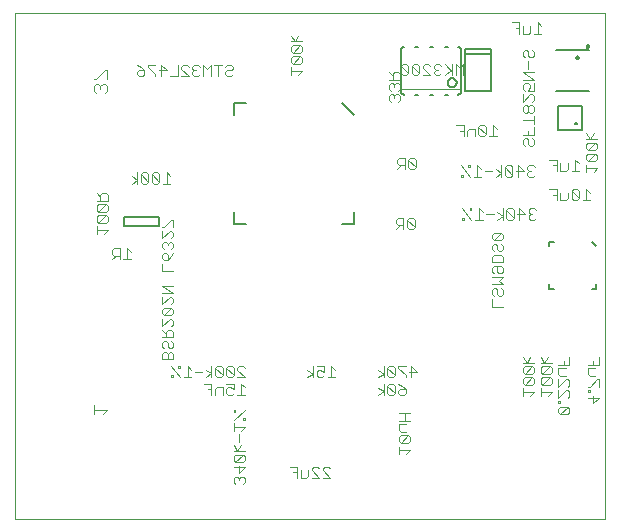
<source format=gbo>
G75*
%MOIN*%
%OFA0B0*%
%FSLAX25Y25*%
%IPPOS*%
%LPD*%
%AMOC8*
5,1,8,0,0,1.08239X$1,22.5*
%
%ADD10C,0.00000*%
%ADD11C,0.00800*%
%ADD12C,0.00300*%
%ADD13C,0.00500*%
%ADD14C,0.00400*%
%ADD15C,0.00600*%
%ADD16C,0.00200*%
D10*
X0001113Y0001800D02*
X0001113Y0170698D01*
X0197767Y0170698D01*
X0197767Y0001800D01*
X0001113Y0001800D01*
D11*
X0074105Y0100383D02*
X0078042Y0100383D01*
X0074105Y0100383D02*
X0074105Y0104320D01*
X0074105Y0136603D02*
X0074105Y0140540D01*
X0078042Y0140540D01*
X0110326Y0140540D02*
X0114263Y0136603D01*
X0114263Y0104320D02*
X0114263Y0100383D01*
X0110326Y0100383D01*
X0181625Y0144713D02*
X0192648Y0144713D01*
X0188317Y0155737D02*
X0188319Y0155776D01*
X0188325Y0155815D01*
X0188335Y0155853D01*
X0188348Y0155890D01*
X0188365Y0155925D01*
X0188385Y0155959D01*
X0188409Y0155990D01*
X0188436Y0156019D01*
X0188465Y0156045D01*
X0188497Y0156068D01*
X0188531Y0156088D01*
X0188567Y0156104D01*
X0188604Y0156116D01*
X0188643Y0156125D01*
X0188682Y0156130D01*
X0188721Y0156131D01*
X0188760Y0156128D01*
X0188799Y0156121D01*
X0188836Y0156110D01*
X0188873Y0156096D01*
X0188908Y0156078D01*
X0188941Y0156057D01*
X0188972Y0156032D01*
X0189000Y0156005D01*
X0189025Y0155975D01*
X0189047Y0155942D01*
X0189066Y0155908D01*
X0189081Y0155872D01*
X0189093Y0155834D01*
X0189101Y0155796D01*
X0189105Y0155757D01*
X0189105Y0155717D01*
X0189101Y0155678D01*
X0189093Y0155640D01*
X0189081Y0155602D01*
X0189066Y0155566D01*
X0189047Y0155532D01*
X0189025Y0155499D01*
X0189000Y0155469D01*
X0188972Y0155442D01*
X0188941Y0155417D01*
X0188908Y0155396D01*
X0188873Y0155378D01*
X0188836Y0155364D01*
X0188799Y0155353D01*
X0188760Y0155346D01*
X0188721Y0155343D01*
X0188682Y0155344D01*
X0188643Y0155349D01*
X0188604Y0155358D01*
X0188567Y0155370D01*
X0188531Y0155386D01*
X0188497Y0155406D01*
X0188465Y0155429D01*
X0188436Y0155455D01*
X0188409Y0155484D01*
X0188385Y0155515D01*
X0188365Y0155549D01*
X0188348Y0155584D01*
X0188335Y0155621D01*
X0188325Y0155659D01*
X0188319Y0155698D01*
X0188317Y0155737D01*
X0191717Y0159437D02*
X0191719Y0159476D01*
X0191725Y0159515D01*
X0191735Y0159553D01*
X0191748Y0159590D01*
X0191765Y0159625D01*
X0191785Y0159659D01*
X0191809Y0159690D01*
X0191836Y0159719D01*
X0191865Y0159745D01*
X0191897Y0159768D01*
X0191931Y0159788D01*
X0191967Y0159804D01*
X0192004Y0159816D01*
X0192043Y0159825D01*
X0192082Y0159830D01*
X0192121Y0159831D01*
X0192160Y0159828D01*
X0192199Y0159821D01*
X0192236Y0159810D01*
X0192273Y0159796D01*
X0192308Y0159778D01*
X0192341Y0159757D01*
X0192372Y0159732D01*
X0192400Y0159705D01*
X0192425Y0159675D01*
X0192447Y0159642D01*
X0192466Y0159608D01*
X0192481Y0159572D01*
X0192493Y0159534D01*
X0192501Y0159496D01*
X0192505Y0159457D01*
X0192505Y0159417D01*
X0192501Y0159378D01*
X0192493Y0159340D01*
X0192481Y0159302D01*
X0192466Y0159266D01*
X0192447Y0159232D01*
X0192425Y0159199D01*
X0192400Y0159169D01*
X0192372Y0159142D01*
X0192341Y0159117D01*
X0192308Y0159096D01*
X0192273Y0159078D01*
X0192236Y0159064D01*
X0192199Y0159053D01*
X0192160Y0159046D01*
X0192121Y0159043D01*
X0192082Y0159044D01*
X0192043Y0159049D01*
X0192004Y0159058D01*
X0191967Y0159070D01*
X0191931Y0159086D01*
X0191897Y0159106D01*
X0191865Y0159129D01*
X0191836Y0159155D01*
X0191809Y0159184D01*
X0191785Y0159215D01*
X0191765Y0159249D01*
X0191748Y0159284D01*
X0191735Y0159321D01*
X0191725Y0159359D01*
X0191719Y0159398D01*
X0191717Y0159437D01*
X0192648Y0158099D02*
X0181625Y0158099D01*
D12*
X0174195Y0157599D02*
X0174195Y0156364D01*
X0173577Y0155747D01*
X0172960Y0155747D01*
X0172343Y0156364D01*
X0172343Y0157599D01*
X0171726Y0158216D01*
X0171109Y0158216D01*
X0170491Y0157599D01*
X0170491Y0156364D01*
X0171109Y0155747D01*
X0172343Y0154533D02*
X0172343Y0152064D01*
X0170491Y0150850D02*
X0174195Y0150850D01*
X0174195Y0148381D02*
X0170491Y0150850D01*
X0170491Y0148381D02*
X0174195Y0148381D01*
X0174195Y0147166D02*
X0174195Y0144698D01*
X0172343Y0144698D01*
X0172960Y0145932D01*
X0172960Y0146549D01*
X0172343Y0147166D01*
X0171109Y0147166D01*
X0170491Y0146549D01*
X0170491Y0145315D01*
X0171109Y0144698D01*
X0170491Y0143483D02*
X0170491Y0141015D01*
X0172960Y0143483D01*
X0173577Y0143483D01*
X0174195Y0142866D01*
X0174195Y0141632D01*
X0173577Y0141015D01*
X0173577Y0139800D02*
X0172960Y0139800D01*
X0172343Y0139183D01*
X0172343Y0137949D01*
X0172960Y0137331D01*
X0173577Y0137331D01*
X0174195Y0137949D01*
X0174195Y0139183D01*
X0173577Y0139800D01*
X0172343Y0139183D02*
X0171726Y0139800D01*
X0171109Y0139800D01*
X0170491Y0139183D01*
X0170491Y0137949D01*
X0171109Y0137331D01*
X0171726Y0137331D01*
X0172343Y0137949D01*
X0174195Y0136117D02*
X0174195Y0133648D01*
X0174195Y0132434D02*
X0174195Y0129965D01*
X0170491Y0129965D01*
X0171109Y0128751D02*
X0170491Y0128134D01*
X0170491Y0126899D01*
X0171109Y0126282D01*
X0172343Y0126899D02*
X0172343Y0128134D01*
X0171726Y0128751D01*
X0171109Y0128751D01*
X0172343Y0129965D02*
X0172343Y0131200D01*
X0173577Y0128751D02*
X0174195Y0128134D01*
X0174195Y0126899D01*
X0173577Y0126282D01*
X0172960Y0126282D01*
X0172343Y0126899D01*
X0172531Y0119763D02*
X0171914Y0119146D01*
X0171914Y0118529D01*
X0172531Y0117912D01*
X0171914Y0117295D01*
X0171914Y0116677D01*
X0172531Y0116060D01*
X0173766Y0116060D01*
X0174383Y0116677D01*
X0173148Y0117912D02*
X0172531Y0117912D01*
X0170700Y0117912D02*
X0168231Y0117912D01*
X0167017Y0119146D02*
X0166399Y0119763D01*
X0165165Y0119763D01*
X0164548Y0119146D01*
X0167017Y0116677D01*
X0166399Y0116060D01*
X0165165Y0116060D01*
X0164548Y0116677D01*
X0164548Y0119146D01*
X0163333Y0119763D02*
X0163333Y0116060D01*
X0163333Y0117295D02*
X0161482Y0118529D01*
X0160264Y0117912D02*
X0157795Y0117912D01*
X0156581Y0118529D02*
X0155347Y0119763D01*
X0155347Y0116060D01*
X0156581Y0116060D02*
X0154112Y0116060D01*
X0152898Y0116060D02*
X0149812Y0119763D01*
X0152281Y0119763D02*
X0152281Y0119146D01*
X0152898Y0119146D01*
X0152898Y0119763D01*
X0152281Y0119763D01*
X0150429Y0116677D02*
X0149812Y0116677D01*
X0149812Y0116060D01*
X0150429Y0116060D01*
X0150429Y0116677D01*
X0161482Y0116060D02*
X0163333Y0117295D01*
X0167017Y0116677D02*
X0167017Y0119146D01*
X0168848Y0119763D02*
X0170700Y0117912D01*
X0172531Y0119763D02*
X0173766Y0119763D01*
X0174383Y0119146D01*
X0168848Y0119763D02*
X0168848Y0116060D01*
X0179343Y0111889D02*
X0181812Y0111889D01*
X0181812Y0108186D01*
X0183026Y0108186D02*
X0183026Y0110655D01*
X0181812Y0110038D02*
X0180577Y0110038D01*
X0183026Y0108186D02*
X0184877Y0108186D01*
X0185495Y0108803D01*
X0185495Y0110655D01*
X0186709Y0111272D02*
X0186709Y0108803D01*
X0187326Y0108186D01*
X0188561Y0108186D01*
X0189178Y0108803D01*
X0186709Y0111272D01*
X0187326Y0111889D01*
X0188561Y0111889D01*
X0189178Y0111272D01*
X0189178Y0108803D01*
X0190392Y0108186D02*
X0192861Y0108186D01*
X0191627Y0108186D02*
X0191627Y0111889D01*
X0192861Y0110655D01*
X0194066Y0117560D02*
X0195301Y0118795D01*
X0191598Y0118795D01*
X0191598Y0120029D02*
X0191598Y0117560D01*
X0189178Y0118029D02*
X0186709Y0118029D01*
X0187943Y0118029D02*
X0187943Y0121732D01*
X0189178Y0120498D01*
X0191598Y0121861D02*
X0192215Y0121243D01*
X0194684Y0123712D01*
X0192215Y0123712D01*
X0191598Y0123095D01*
X0191598Y0121861D01*
X0192215Y0121243D02*
X0194684Y0121243D01*
X0195301Y0121861D01*
X0195301Y0123095D01*
X0194684Y0123712D01*
X0194684Y0124927D02*
X0195301Y0125544D01*
X0195301Y0126778D01*
X0194684Y0127395D01*
X0192215Y0124927D01*
X0191598Y0125544D01*
X0191598Y0126778D01*
X0192215Y0127395D01*
X0194684Y0127395D01*
X0195301Y0128610D02*
X0191598Y0128610D01*
X0192832Y0128610D02*
X0191598Y0130461D01*
X0192832Y0128610D02*
X0194066Y0130461D01*
X0194684Y0124927D02*
X0192215Y0124927D01*
X0185495Y0120498D02*
X0185495Y0118646D01*
X0184877Y0118029D01*
X0183026Y0118029D01*
X0183026Y0120498D01*
X0181811Y0119880D02*
X0180577Y0119880D01*
X0181811Y0118029D02*
X0181811Y0121732D01*
X0179343Y0121732D01*
X0174195Y0134883D02*
X0170491Y0134883D01*
X0161818Y0131935D02*
X0160583Y0133169D01*
X0160583Y0129466D01*
X0159349Y0129466D02*
X0161818Y0129466D01*
X0158134Y0130083D02*
X0158134Y0132552D01*
X0157517Y0133169D01*
X0156283Y0133169D01*
X0155666Y0132552D01*
X0158134Y0130083D01*
X0157517Y0129466D01*
X0156283Y0129466D01*
X0155666Y0130083D01*
X0155666Y0132552D01*
X0154451Y0131935D02*
X0152600Y0131935D01*
X0151983Y0131317D01*
X0151983Y0129466D01*
X0150768Y0129466D02*
X0150768Y0133169D01*
X0148299Y0133169D01*
X0149534Y0131317D02*
X0150768Y0131317D01*
X0154451Y0131935D02*
X0154451Y0129466D01*
X0134766Y0121725D02*
X0134766Y0119256D01*
X0132298Y0121725D01*
X0132298Y0119256D01*
X0132915Y0118639D01*
X0134149Y0118639D01*
X0134766Y0119256D01*
X0134766Y0121725D02*
X0134149Y0122342D01*
X0132915Y0122342D01*
X0132298Y0121725D01*
X0131083Y0122342D02*
X0129232Y0122342D01*
X0128614Y0121725D01*
X0128614Y0120491D01*
X0129232Y0119873D01*
X0131083Y0119873D01*
X0131083Y0118639D02*
X0131083Y0122342D01*
X0129849Y0119873D02*
X0128614Y0118639D01*
X0128834Y0102287D02*
X0128217Y0101670D01*
X0128217Y0100435D01*
X0128834Y0099818D01*
X0130685Y0099818D01*
X0129451Y0099818D02*
X0128217Y0098584D01*
X0130685Y0098584D02*
X0130685Y0102287D01*
X0128834Y0102287D01*
X0131900Y0101670D02*
X0134369Y0099201D01*
X0133751Y0098584D01*
X0132517Y0098584D01*
X0131900Y0099201D01*
X0131900Y0101670D01*
X0132517Y0102287D01*
X0133751Y0102287D01*
X0134369Y0101670D01*
X0134369Y0099201D01*
X0150265Y0101710D02*
X0150882Y0101710D01*
X0150882Y0102327D01*
X0150265Y0102327D01*
X0150265Y0101710D01*
X0153351Y0101710D02*
X0150265Y0105413D01*
X0152733Y0105413D02*
X0152733Y0104796D01*
X0153351Y0104796D01*
X0153351Y0105413D01*
X0152733Y0105413D01*
X0155799Y0105413D02*
X0155799Y0101710D01*
X0154565Y0101710D02*
X0157034Y0101710D01*
X0158248Y0103561D02*
X0160717Y0103561D01*
X0161935Y0104179D02*
X0163786Y0102944D01*
X0161935Y0101710D01*
X0163786Y0101710D02*
X0163786Y0105413D01*
X0165001Y0104796D02*
X0167469Y0102327D01*
X0166852Y0101710D01*
X0165618Y0101710D01*
X0165001Y0102327D01*
X0165001Y0104796D01*
X0165618Y0105413D01*
X0166852Y0105413D01*
X0167469Y0104796D01*
X0167469Y0102327D01*
X0168684Y0103561D02*
X0171152Y0103561D01*
X0169301Y0105413D01*
X0169301Y0101710D01*
X0172367Y0102327D02*
X0172984Y0101710D01*
X0174218Y0101710D01*
X0174836Y0102327D01*
X0173601Y0103561D02*
X0172984Y0103561D01*
X0172367Y0102944D01*
X0172367Y0102327D01*
X0172984Y0103561D02*
X0172367Y0104179D01*
X0172367Y0104796D01*
X0172984Y0105413D01*
X0174218Y0105413D01*
X0174836Y0104796D01*
X0163852Y0096671D02*
X0163852Y0095436D01*
X0163235Y0094819D01*
X0160766Y0094819D01*
X0163235Y0097288D01*
X0160766Y0097288D01*
X0160149Y0096671D01*
X0160149Y0095436D01*
X0160766Y0094819D01*
X0160766Y0093605D02*
X0160149Y0092988D01*
X0160149Y0091753D01*
X0160766Y0091136D01*
X0160766Y0089922D02*
X0160149Y0089305D01*
X0160149Y0087453D01*
X0163852Y0087453D01*
X0163852Y0089305D01*
X0163235Y0089922D01*
X0160766Y0089922D01*
X0162000Y0091753D02*
X0162000Y0092988D01*
X0161383Y0093605D01*
X0160766Y0093605D01*
X0162000Y0091753D02*
X0162618Y0091136D01*
X0163235Y0091136D01*
X0163852Y0091753D01*
X0163852Y0092988D01*
X0163235Y0093605D01*
X0163852Y0096671D02*
X0163235Y0097288D01*
X0157034Y0104179D02*
X0155799Y0105413D01*
X0160766Y0086239D02*
X0160149Y0085621D01*
X0160149Y0084387D01*
X0160766Y0083770D01*
X0160149Y0082555D02*
X0163852Y0082555D01*
X0162618Y0081321D01*
X0163852Y0080087D01*
X0160149Y0080087D01*
X0160766Y0078872D02*
X0160149Y0078255D01*
X0160149Y0077021D01*
X0160766Y0076404D01*
X0160149Y0075189D02*
X0160149Y0072720D01*
X0163852Y0072720D01*
X0163235Y0076404D02*
X0162618Y0076404D01*
X0162000Y0077021D01*
X0162000Y0078255D01*
X0161383Y0078872D01*
X0160766Y0078872D01*
X0163235Y0078872D02*
X0163852Y0078255D01*
X0163852Y0077021D01*
X0163235Y0076404D01*
X0163235Y0083770D02*
X0162618Y0083770D01*
X0162000Y0084387D01*
X0162000Y0086239D01*
X0160766Y0086239D02*
X0163235Y0086239D01*
X0163852Y0085621D01*
X0163852Y0084387D01*
X0163235Y0083770D01*
X0170491Y0055850D02*
X0171726Y0053999D01*
X0172960Y0055850D01*
X0174195Y0053999D02*
X0170491Y0053999D01*
X0171109Y0052784D02*
X0170491Y0052167D01*
X0170491Y0050933D01*
X0171109Y0050316D01*
X0173577Y0052784D01*
X0171109Y0052784D01*
X0173577Y0052784D02*
X0174195Y0052167D01*
X0174195Y0050933D01*
X0173577Y0050316D01*
X0171109Y0050316D01*
X0171109Y0049101D02*
X0170491Y0048484D01*
X0170491Y0047250D01*
X0171109Y0046633D01*
X0173577Y0049101D01*
X0171109Y0049101D01*
X0173577Y0049101D02*
X0174195Y0048484D01*
X0174195Y0047250D01*
X0173577Y0046633D01*
X0171109Y0046633D01*
X0170491Y0045418D02*
X0170491Y0042949D01*
X0170491Y0044184D02*
X0174195Y0044184D01*
X0172960Y0042949D01*
X0176397Y0042949D02*
X0176397Y0045418D01*
X0176397Y0044184D02*
X0180100Y0044184D01*
X0178866Y0042949D01*
X0182302Y0042336D02*
X0184771Y0044804D01*
X0185388Y0044804D01*
X0186006Y0044187D01*
X0186006Y0042953D01*
X0185388Y0042336D01*
X0182920Y0041111D02*
X0182920Y0040494D01*
X0182302Y0040494D01*
X0182302Y0041111D01*
X0182920Y0041111D01*
X0182302Y0042336D02*
X0182302Y0044804D01*
X0182302Y0046019D02*
X0184771Y0048487D01*
X0185388Y0048487D01*
X0186006Y0047870D01*
X0186006Y0046636D01*
X0185388Y0046019D01*
X0182302Y0046019D02*
X0182302Y0048487D01*
X0182920Y0049702D02*
X0182302Y0050319D01*
X0182302Y0052171D01*
X0184771Y0052171D01*
X0184154Y0053385D02*
X0184154Y0054619D01*
X0186006Y0053385D02*
X0186006Y0055854D01*
X0186006Y0053385D02*
X0182302Y0053385D01*
X0180100Y0053999D02*
X0176397Y0053999D01*
X0177631Y0053999D02*
X0176397Y0055850D01*
X0177631Y0053999D02*
X0178866Y0055850D01*
X0179483Y0052784D02*
X0177014Y0052784D01*
X0176397Y0052167D01*
X0176397Y0050933D01*
X0177014Y0050316D01*
X0179483Y0052784D01*
X0180100Y0052167D01*
X0180100Y0050933D01*
X0179483Y0050316D01*
X0177014Y0050316D01*
X0177014Y0049101D02*
X0176397Y0048484D01*
X0176397Y0047250D01*
X0177014Y0046633D01*
X0179483Y0049101D01*
X0177014Y0049101D01*
X0177014Y0046633D02*
X0179483Y0046633D01*
X0180100Y0047250D01*
X0180100Y0048484D01*
X0179483Y0049101D01*
X0182920Y0049702D02*
X0184771Y0049702D01*
X0192145Y0050319D02*
X0192145Y0052171D01*
X0194614Y0052171D01*
X0193996Y0053385D02*
X0193996Y0054619D01*
X0192145Y0053385D02*
X0195848Y0053385D01*
X0195848Y0055854D01*
X0192145Y0050319D02*
X0192762Y0049702D01*
X0194614Y0049702D01*
X0195231Y0048487D02*
X0192762Y0046019D01*
X0192145Y0046019D01*
X0192145Y0044794D02*
X0192145Y0044177D01*
X0192762Y0044177D01*
X0192762Y0044794D01*
X0192145Y0044794D01*
X0193996Y0042963D02*
X0193996Y0040494D01*
X0195848Y0042346D01*
X0192145Y0042346D01*
X0195848Y0046019D02*
X0195848Y0048487D01*
X0195231Y0048487D01*
X0186006Y0038662D02*
X0185388Y0039280D01*
X0182920Y0036811D01*
X0182302Y0037428D01*
X0182302Y0038662D01*
X0182920Y0039280D01*
X0185388Y0039280D01*
X0186006Y0038662D02*
X0186006Y0037428D01*
X0185388Y0036811D01*
X0182920Y0036811D01*
X0135160Y0050983D02*
X0132692Y0050983D01*
X0131477Y0049748D02*
X0131477Y0049131D01*
X0131477Y0049748D02*
X0129009Y0052217D01*
X0129009Y0052834D01*
X0131477Y0052834D01*
X0133309Y0052834D02*
X0135160Y0050983D01*
X0133309Y0052834D02*
X0133309Y0049131D01*
X0130243Y0046312D02*
X0131477Y0045077D01*
X0129626Y0045077D01*
X0129009Y0044460D01*
X0129009Y0043843D01*
X0129626Y0043226D01*
X0130860Y0043226D01*
X0131477Y0043843D01*
X0131477Y0045077D01*
X0130243Y0046312D02*
X0129009Y0046929D01*
X0127794Y0046312D02*
X0127177Y0046929D01*
X0125943Y0046929D01*
X0125325Y0046312D01*
X0127794Y0043843D01*
X0127177Y0043226D01*
X0125943Y0043226D01*
X0125325Y0043843D01*
X0125325Y0046312D01*
X0124111Y0046929D02*
X0124111Y0043226D01*
X0124111Y0044460D02*
X0122259Y0045694D01*
X0124111Y0044460D02*
X0122259Y0043226D01*
X0127794Y0043843D02*
X0127794Y0046312D01*
X0127177Y0049131D02*
X0125943Y0049131D01*
X0125325Y0049748D01*
X0125325Y0052217D01*
X0127794Y0049748D01*
X0127177Y0049131D01*
X0127794Y0049748D02*
X0127794Y0052217D01*
X0127177Y0052834D01*
X0125943Y0052834D01*
X0125325Y0052217D01*
X0124111Y0052834D02*
X0124111Y0049131D01*
X0124111Y0050365D02*
X0122259Y0051600D01*
X0124111Y0050365D02*
X0122259Y0049131D01*
X0129216Y0037122D02*
X0132919Y0037122D01*
X0131067Y0037122D02*
X0131067Y0034653D01*
X0131685Y0033439D02*
X0129216Y0033439D01*
X0129216Y0031587D01*
X0129833Y0030970D01*
X0131685Y0030970D01*
X0132302Y0029755D02*
X0129833Y0029755D01*
X0129216Y0029138D01*
X0129216Y0027904D01*
X0129833Y0027287D01*
X0132302Y0029755D01*
X0132919Y0029138D01*
X0132919Y0027904D01*
X0132302Y0027287D01*
X0129833Y0027287D01*
X0129216Y0026072D02*
X0129216Y0023604D01*
X0129216Y0024838D02*
X0132919Y0024838D01*
X0131685Y0023604D01*
X0132919Y0034653D02*
X0129216Y0034653D01*
X0107855Y0049131D02*
X0105386Y0049131D01*
X0106621Y0049131D02*
X0106621Y0052834D01*
X0107855Y0051600D01*
X0104172Y0050983D02*
X0102938Y0051600D01*
X0102321Y0051600D01*
X0101703Y0050983D01*
X0101703Y0049748D01*
X0102321Y0049131D01*
X0103555Y0049131D01*
X0104172Y0049748D01*
X0104172Y0050983D02*
X0104172Y0052834D01*
X0101703Y0052834D01*
X0100489Y0052834D02*
X0100489Y0049131D01*
X0100489Y0050365D02*
X0098637Y0051600D01*
X0100489Y0050365D02*
X0098637Y0049131D01*
X0077735Y0049194D02*
X0075266Y0051663D01*
X0075266Y0052280D01*
X0075883Y0052897D01*
X0077117Y0052897D01*
X0077735Y0052280D01*
X0077735Y0049194D02*
X0075266Y0049194D01*
X0074052Y0049811D02*
X0071583Y0052280D01*
X0071583Y0049811D01*
X0072200Y0049194D01*
X0073434Y0049194D01*
X0074052Y0049811D01*
X0074052Y0052280D01*
X0073434Y0052897D01*
X0072200Y0052897D01*
X0071583Y0052280D01*
X0070368Y0052280D02*
X0069751Y0052897D01*
X0068517Y0052897D01*
X0067900Y0052280D01*
X0070368Y0049811D01*
X0069751Y0049194D01*
X0068517Y0049194D01*
X0067900Y0049811D01*
X0067900Y0052280D01*
X0066685Y0052897D02*
X0066685Y0049194D01*
X0066685Y0050428D02*
X0064834Y0051663D01*
X0063616Y0051046D02*
X0061147Y0051046D01*
X0059933Y0051663D02*
X0058698Y0052897D01*
X0058698Y0049194D01*
X0057464Y0049194D02*
X0059933Y0049194D01*
X0056250Y0049194D02*
X0053164Y0052897D01*
X0055632Y0052897D02*
X0055632Y0052280D01*
X0056250Y0052280D01*
X0056250Y0052897D01*
X0055632Y0052897D01*
X0053781Y0049811D02*
X0053164Y0049811D01*
X0053164Y0049194D01*
X0053781Y0049194D01*
X0053781Y0049811D01*
X0064216Y0046992D02*
X0066685Y0046992D01*
X0066685Y0043289D01*
X0067900Y0043289D02*
X0067900Y0045140D01*
X0068517Y0045757D01*
X0070368Y0045757D01*
X0070368Y0043289D01*
X0071583Y0043906D02*
X0072200Y0043289D01*
X0073434Y0043289D01*
X0074052Y0043906D01*
X0074052Y0045140D02*
X0072817Y0045757D01*
X0072200Y0045757D01*
X0071583Y0045140D01*
X0071583Y0043906D01*
X0074052Y0045140D02*
X0074052Y0046992D01*
X0071583Y0046992D01*
X0070368Y0049811D02*
X0070368Y0052280D01*
X0066685Y0050428D02*
X0064834Y0049194D01*
X0065451Y0045140D02*
X0066685Y0045140D01*
X0075266Y0043289D02*
X0077735Y0043289D01*
X0076500Y0043289D02*
X0076500Y0046992D01*
X0077735Y0045757D01*
X0077738Y0038141D02*
X0074035Y0035055D01*
X0074035Y0033840D02*
X0074035Y0031371D01*
X0074035Y0032606D02*
X0077738Y0032606D01*
X0076503Y0031371D01*
X0075886Y0030157D02*
X0075886Y0027688D01*
X0076503Y0026471D02*
X0075269Y0024619D01*
X0074035Y0026471D01*
X0074035Y0024619D02*
X0077738Y0024619D01*
X0077121Y0023405D02*
X0074652Y0020936D01*
X0074035Y0021553D01*
X0074035Y0022787D01*
X0074652Y0023405D01*
X0077121Y0023405D01*
X0077738Y0022787D01*
X0077738Y0021553D01*
X0077121Y0020936D01*
X0074652Y0020936D01*
X0075886Y0019721D02*
X0075886Y0017253D01*
X0077738Y0019104D01*
X0074035Y0019104D01*
X0074652Y0016038D02*
X0074035Y0015421D01*
X0074035Y0014187D01*
X0074652Y0013570D01*
X0075886Y0014804D02*
X0075886Y0015421D01*
X0075269Y0016038D01*
X0074652Y0016038D01*
X0075886Y0015421D02*
X0076503Y0016038D01*
X0077121Y0016038D01*
X0077738Y0015421D01*
X0077738Y0014187D01*
X0077121Y0013570D01*
X0092729Y0019370D02*
X0095197Y0019370D01*
X0095197Y0015667D01*
X0096412Y0015667D02*
X0096412Y0018135D01*
X0095197Y0017518D02*
X0093963Y0017518D01*
X0096412Y0015667D02*
X0098263Y0015667D01*
X0098880Y0016284D01*
X0098880Y0018135D01*
X0100095Y0018135D02*
X0100095Y0018752D01*
X0100712Y0019370D01*
X0101946Y0019370D01*
X0102564Y0018752D01*
X0103778Y0018752D02*
X0104395Y0019370D01*
X0105630Y0019370D01*
X0106247Y0018752D01*
X0103778Y0018752D02*
X0103778Y0018135D01*
X0106247Y0015667D01*
X0103778Y0015667D01*
X0102564Y0015667D02*
X0100095Y0018135D01*
X0100095Y0015667D02*
X0102564Y0015667D01*
X0077738Y0035055D02*
X0077121Y0035055D01*
X0077121Y0035672D01*
X0077738Y0035672D01*
X0077738Y0035055D01*
X0074652Y0037523D02*
X0074035Y0037523D01*
X0074035Y0038141D01*
X0074652Y0038141D01*
X0074652Y0037523D01*
X0039825Y0088501D02*
X0037357Y0088501D01*
X0036142Y0088501D02*
X0036142Y0092204D01*
X0034291Y0092204D01*
X0033673Y0091587D01*
X0033673Y0090353D01*
X0034291Y0089736D01*
X0036142Y0089736D01*
X0034908Y0089736D02*
X0033673Y0088501D01*
X0038591Y0088501D02*
X0038591Y0092204D01*
X0039825Y0090970D01*
X0032088Y0098235D02*
X0028385Y0098235D01*
X0028385Y0097001D02*
X0028385Y0099470D01*
X0029002Y0100684D02*
X0031471Y0103153D01*
X0029002Y0103153D01*
X0028385Y0102536D01*
X0028385Y0101301D01*
X0029002Y0100684D01*
X0031471Y0100684D01*
X0032088Y0101301D01*
X0032088Y0102536D01*
X0031471Y0103153D01*
X0031471Y0104367D02*
X0032088Y0104984D01*
X0032088Y0106219D01*
X0031471Y0106836D01*
X0029002Y0104367D01*
X0028385Y0104984D01*
X0028385Y0106219D01*
X0029002Y0106836D01*
X0031471Y0106836D01*
X0032088Y0108050D02*
X0032088Y0109902D01*
X0031471Y0110519D01*
X0030237Y0110519D01*
X0029619Y0109902D01*
X0029619Y0108050D01*
X0028385Y0108050D02*
X0032088Y0108050D01*
X0029619Y0109285D02*
X0028385Y0110519D01*
X0029002Y0104367D02*
X0031471Y0104367D01*
X0032088Y0098235D02*
X0030854Y0097001D01*
X0040035Y0113718D02*
X0041887Y0114952D01*
X0040035Y0116186D01*
X0041887Y0117421D02*
X0041887Y0113718D01*
X0043101Y0114335D02*
X0043718Y0113718D01*
X0044953Y0113718D01*
X0045570Y0114335D01*
X0043101Y0116804D01*
X0043101Y0114335D01*
X0043101Y0116804D02*
X0043718Y0117421D01*
X0044953Y0117421D01*
X0045570Y0116804D01*
X0045570Y0114335D01*
X0046784Y0114335D02*
X0047401Y0113718D01*
X0048636Y0113718D01*
X0049253Y0114335D01*
X0046784Y0116804D01*
X0046784Y0114335D01*
X0046784Y0116804D02*
X0047401Y0117421D01*
X0048636Y0117421D01*
X0049253Y0116804D01*
X0049253Y0114335D01*
X0050467Y0113718D02*
X0052936Y0113718D01*
X0051702Y0113718D02*
X0051702Y0117421D01*
X0052936Y0116186D01*
X0052913Y0149588D02*
X0055382Y0149588D01*
X0055382Y0153291D01*
X0056596Y0152674D02*
X0057213Y0153291D01*
X0058448Y0153291D01*
X0059065Y0152674D01*
X0060279Y0152674D02*
X0060897Y0153291D01*
X0062131Y0153291D01*
X0062748Y0152674D01*
X0063963Y0153291D02*
X0063963Y0149588D01*
X0062748Y0150205D02*
X0062131Y0149588D01*
X0060897Y0149588D01*
X0060279Y0150205D01*
X0060279Y0150822D01*
X0060897Y0151439D01*
X0061514Y0151439D01*
X0060897Y0151439D02*
X0060279Y0152057D01*
X0060279Y0152674D01*
X0059065Y0149588D02*
X0056596Y0152057D01*
X0056596Y0152674D01*
X0056596Y0149588D02*
X0059065Y0149588D01*
X0063963Y0153291D02*
X0065197Y0152057D01*
X0066431Y0153291D01*
X0066431Y0149588D01*
X0068880Y0149588D02*
X0068880Y0153291D01*
X0070114Y0153291D02*
X0067646Y0153291D01*
X0071329Y0152674D02*
X0071946Y0153291D01*
X0073180Y0153291D01*
X0073798Y0152674D01*
X0073798Y0152057D01*
X0073180Y0151439D01*
X0071946Y0151439D01*
X0071329Y0150822D01*
X0071329Y0150205D01*
X0071946Y0149588D01*
X0073180Y0149588D01*
X0073798Y0150205D01*
X0093172Y0150041D02*
X0093172Y0152509D01*
X0093172Y0151275D02*
X0096876Y0151275D01*
X0095641Y0150041D01*
X0096258Y0153724D02*
X0093790Y0153724D01*
X0096258Y0156192D01*
X0093790Y0156192D01*
X0093172Y0155575D01*
X0093172Y0154341D01*
X0093790Y0153724D01*
X0096258Y0153724D02*
X0096876Y0154341D01*
X0096876Y0155575D01*
X0096258Y0156192D01*
X0096258Y0157407D02*
X0093790Y0157407D01*
X0096258Y0159876D01*
X0093790Y0159876D01*
X0093172Y0159258D01*
X0093172Y0158024D01*
X0093790Y0157407D01*
X0096258Y0157407D02*
X0096876Y0158024D01*
X0096876Y0159258D01*
X0096258Y0159876D01*
X0096876Y0161090D02*
X0093172Y0161090D01*
X0094407Y0161090D02*
X0093172Y0162942D01*
X0094407Y0161090D02*
X0095641Y0162942D01*
X0125826Y0150873D02*
X0127060Y0149639D01*
X0127060Y0150256D02*
X0127060Y0148405D01*
X0127060Y0147190D02*
X0126443Y0147190D01*
X0125826Y0146573D01*
X0125826Y0145339D01*
X0126443Y0144722D01*
X0126443Y0143507D02*
X0125826Y0142890D01*
X0125826Y0141656D01*
X0126443Y0141038D01*
X0127678Y0142273D02*
X0127678Y0142890D01*
X0127060Y0143507D01*
X0126443Y0143507D01*
X0127678Y0142890D02*
X0128295Y0143507D01*
X0128912Y0143507D01*
X0129529Y0142890D01*
X0129529Y0141656D01*
X0128912Y0141038D01*
X0128912Y0144722D02*
X0129529Y0145339D01*
X0129529Y0146573D01*
X0128912Y0147190D01*
X0128295Y0147190D01*
X0127678Y0146573D01*
X0127060Y0147190D01*
X0127678Y0146573D02*
X0127678Y0145956D01*
X0129529Y0148405D02*
X0125826Y0148405D01*
X0127060Y0150256D02*
X0127678Y0150873D01*
X0128912Y0150873D01*
X0129529Y0150256D01*
X0129529Y0148405D01*
X0166856Y0167445D02*
X0169325Y0167445D01*
X0169325Y0163741D01*
X0170539Y0163741D02*
X0170539Y0166210D01*
X0169325Y0165593D02*
X0168091Y0165593D01*
X0170539Y0163741D02*
X0172391Y0163741D01*
X0173008Y0164359D01*
X0173008Y0166210D01*
X0175457Y0167445D02*
X0175457Y0163741D01*
X0176691Y0163741D02*
X0174223Y0163741D01*
X0176691Y0166210D02*
X0175457Y0167445D01*
X0173577Y0158216D02*
X0174195Y0157599D01*
X0051699Y0151439D02*
X0049230Y0151439D01*
X0048016Y0150205D02*
X0048016Y0149588D01*
X0048016Y0150205D02*
X0045547Y0152674D01*
X0045547Y0153291D01*
X0048016Y0153291D01*
X0049847Y0153291D02*
X0051699Y0151439D01*
X0049847Y0149588D02*
X0049847Y0153291D01*
X0044332Y0151439D02*
X0044332Y0150205D01*
X0043715Y0149588D01*
X0042481Y0149588D01*
X0041864Y0150205D01*
X0041864Y0150822D01*
X0042481Y0151439D01*
X0044332Y0151439D01*
X0043098Y0152674D01*
X0041864Y0153291D01*
D13*
X0151310Y0156918D02*
X0151310Y0144713D01*
X0159971Y0144713D01*
X0159971Y0156918D01*
X0159971Y0158493D01*
X0151310Y0158493D01*
X0151310Y0156918D01*
X0159971Y0156918D01*
X0182215Y0139595D02*
X0182215Y0131721D01*
X0190089Y0131721D01*
X0190089Y0139595D01*
X0182215Y0139595D01*
X0187843Y0133690D02*
X0187845Y0133723D01*
X0187851Y0133755D01*
X0187860Y0133787D01*
X0187874Y0133817D01*
X0187890Y0133845D01*
X0187910Y0133871D01*
X0187933Y0133895D01*
X0187959Y0133916D01*
X0187987Y0133933D01*
X0188017Y0133948D01*
X0188048Y0133958D01*
X0188080Y0133965D01*
X0188113Y0133968D01*
X0188146Y0133967D01*
X0188178Y0133962D01*
X0188210Y0133953D01*
X0188241Y0133941D01*
X0188269Y0133925D01*
X0188296Y0133906D01*
X0188320Y0133884D01*
X0188342Y0133859D01*
X0188360Y0133831D01*
X0188375Y0133802D01*
X0188387Y0133771D01*
X0188395Y0133739D01*
X0188399Y0133706D01*
X0188399Y0133674D01*
X0188395Y0133641D01*
X0188387Y0133609D01*
X0188375Y0133578D01*
X0188360Y0133549D01*
X0188342Y0133521D01*
X0188320Y0133496D01*
X0188296Y0133474D01*
X0188269Y0133455D01*
X0188241Y0133439D01*
X0188210Y0133427D01*
X0188178Y0133418D01*
X0188146Y0133413D01*
X0188113Y0133412D01*
X0188080Y0133415D01*
X0188048Y0133422D01*
X0188017Y0133432D01*
X0187987Y0133447D01*
X0187959Y0133464D01*
X0187933Y0133485D01*
X0187910Y0133509D01*
X0187890Y0133535D01*
X0187874Y0133563D01*
X0187860Y0133593D01*
X0187851Y0133625D01*
X0187845Y0133657D01*
X0187843Y0133690D01*
X0193436Y0094320D02*
X0195011Y0092745D01*
X0195011Y0080146D02*
X0195011Y0078572D01*
X0193436Y0078572D01*
X0180837Y0078572D02*
X0179263Y0078572D01*
X0179263Y0080146D01*
X0179263Y0092745D02*
X0179263Y0094320D01*
X0180837Y0094320D01*
D14*
X0150645Y0149870D02*
X0150645Y0153473D01*
X0149444Y0152272D01*
X0148243Y0153473D01*
X0148243Y0149870D01*
X0146962Y0149870D02*
X0146962Y0153473D01*
X0146362Y0151672D02*
X0144560Y0149870D01*
X0143279Y0150471D02*
X0142678Y0149870D01*
X0141477Y0149870D01*
X0140877Y0150471D01*
X0140877Y0151071D01*
X0141477Y0151672D01*
X0142078Y0151672D01*
X0141477Y0151672D02*
X0140877Y0152272D01*
X0140877Y0152873D01*
X0141477Y0153473D01*
X0142678Y0153473D01*
X0143279Y0152873D01*
X0144560Y0153473D02*
X0146962Y0151071D01*
X0139596Y0149870D02*
X0137194Y0152272D01*
X0137194Y0152873D01*
X0137794Y0153473D01*
X0138995Y0153473D01*
X0139596Y0152873D01*
X0139596Y0149870D02*
X0137194Y0149870D01*
X0135913Y0150471D02*
X0133511Y0152873D01*
X0133511Y0150471D01*
X0134111Y0149870D01*
X0135312Y0149870D01*
X0135913Y0150471D01*
X0135913Y0152873D01*
X0135312Y0153473D01*
X0134111Y0153473D01*
X0133511Y0152873D01*
X0132230Y0152873D02*
X0131629Y0153473D01*
X0130428Y0153473D01*
X0129828Y0152873D01*
X0132230Y0150471D01*
X0131629Y0149870D01*
X0130428Y0149870D01*
X0129828Y0150471D01*
X0129828Y0152873D01*
X0132230Y0152873D02*
X0132230Y0150471D01*
X0053955Y0101691D02*
X0053955Y0099289D01*
X0053355Y0098008D02*
X0053955Y0097408D01*
X0053955Y0096207D01*
X0053355Y0095606D01*
X0053355Y0094325D02*
X0052754Y0094325D01*
X0052154Y0093725D01*
X0051553Y0094325D01*
X0050953Y0094325D01*
X0050352Y0093725D01*
X0050352Y0092523D01*
X0050953Y0091923D01*
X0050953Y0090642D02*
X0051553Y0090642D01*
X0052154Y0090041D01*
X0052154Y0088240D01*
X0050953Y0088240D01*
X0050352Y0088840D01*
X0050352Y0090041D01*
X0050953Y0090642D01*
X0053355Y0089441D02*
X0052154Y0088240D01*
X0053355Y0089441D02*
X0053955Y0090642D01*
X0053355Y0091923D02*
X0053955Y0092523D01*
X0053955Y0093725D01*
X0053355Y0094325D01*
X0052154Y0093725D02*
X0052154Y0093124D01*
X0050352Y0095606D02*
X0052754Y0098008D01*
X0053355Y0098008D01*
X0050953Y0099289D02*
X0050352Y0099289D01*
X0050953Y0099289D02*
X0053355Y0101691D01*
X0053955Y0101691D01*
X0050352Y0098008D02*
X0050352Y0095606D01*
X0050352Y0086959D02*
X0050352Y0084557D01*
X0053955Y0084557D01*
X0053955Y0079592D02*
X0050352Y0079592D01*
X0053955Y0077190D01*
X0050352Y0077190D01*
X0050352Y0075909D02*
X0050352Y0073507D01*
X0052754Y0075909D01*
X0053355Y0075909D01*
X0053955Y0075309D01*
X0053955Y0074108D01*
X0053355Y0073507D01*
X0053355Y0072226D02*
X0050953Y0072226D01*
X0050352Y0071626D01*
X0050352Y0070425D01*
X0050953Y0069824D01*
X0053355Y0072226D01*
X0053955Y0071626D01*
X0053955Y0070425D01*
X0053355Y0069824D01*
X0050953Y0069824D01*
X0050352Y0068543D02*
X0050352Y0066141D01*
X0052754Y0068543D01*
X0053355Y0068543D01*
X0053955Y0067942D01*
X0053955Y0066741D01*
X0053355Y0066141D01*
X0053355Y0064860D02*
X0052154Y0064860D01*
X0051553Y0064259D01*
X0051553Y0062458D01*
X0050352Y0062458D02*
X0053955Y0062458D01*
X0053955Y0064259D01*
X0053355Y0064860D01*
X0051553Y0063659D02*
X0050352Y0064860D01*
X0050953Y0061177D02*
X0050352Y0060576D01*
X0050352Y0059375D01*
X0050953Y0058775D01*
X0050953Y0057494D02*
X0050352Y0056893D01*
X0050352Y0055092D01*
X0053955Y0055092D01*
X0053955Y0056893D01*
X0053355Y0057494D01*
X0052754Y0057494D01*
X0052154Y0056893D01*
X0052154Y0055092D01*
X0052154Y0056893D02*
X0051553Y0057494D01*
X0050953Y0057494D01*
X0052754Y0058775D02*
X0052154Y0059375D01*
X0052154Y0060576D01*
X0051553Y0061177D01*
X0050953Y0061177D01*
X0053355Y0061177D02*
X0053955Y0060576D01*
X0053955Y0059375D01*
X0053355Y0058775D01*
X0052754Y0058775D01*
X0031980Y0038298D02*
X0027376Y0038298D01*
X0027376Y0036764D02*
X0027376Y0039833D01*
X0030445Y0036764D02*
X0031980Y0038298D01*
X0031213Y0143850D02*
X0031980Y0144618D01*
X0031980Y0146152D01*
X0031213Y0146920D01*
X0030445Y0146920D01*
X0029678Y0146152D01*
X0028911Y0146920D01*
X0028143Y0146920D01*
X0027376Y0146152D01*
X0027376Y0144618D01*
X0028143Y0143850D01*
X0029678Y0145385D02*
X0029678Y0146152D01*
X0028143Y0148454D02*
X0027376Y0148454D01*
X0028143Y0148454D02*
X0031213Y0151524D01*
X0031980Y0151524D01*
X0031980Y0148454D01*
D15*
X0037636Y0102709D02*
X0037636Y0099709D01*
X0049036Y0099709D01*
X0049036Y0102709D01*
X0037636Y0102709D01*
X0129893Y0144406D02*
X0129893Y0158406D01*
X0129895Y0158466D01*
X0129900Y0158527D01*
X0129909Y0158586D01*
X0129922Y0158645D01*
X0129938Y0158704D01*
X0129958Y0158761D01*
X0129981Y0158816D01*
X0130008Y0158871D01*
X0130037Y0158923D01*
X0130070Y0158974D01*
X0130106Y0159023D01*
X0130144Y0159069D01*
X0130186Y0159113D01*
X0130230Y0159155D01*
X0130276Y0159193D01*
X0130325Y0159229D01*
X0130376Y0159262D01*
X0130428Y0159291D01*
X0130483Y0159318D01*
X0130538Y0159341D01*
X0130595Y0159361D01*
X0130654Y0159377D01*
X0130713Y0159390D01*
X0130772Y0159399D01*
X0130833Y0159404D01*
X0130893Y0159406D01*
X0134393Y0159406D02*
X0135393Y0159406D01*
X0139393Y0159406D02*
X0140393Y0159406D01*
X0144393Y0159406D02*
X0145393Y0159406D01*
X0148893Y0159406D02*
X0148953Y0159404D01*
X0149014Y0159399D01*
X0149073Y0159390D01*
X0149132Y0159377D01*
X0149191Y0159361D01*
X0149248Y0159341D01*
X0149303Y0159318D01*
X0149358Y0159291D01*
X0149410Y0159262D01*
X0149461Y0159229D01*
X0149510Y0159193D01*
X0149556Y0159155D01*
X0149600Y0159113D01*
X0149642Y0159069D01*
X0149680Y0159023D01*
X0149716Y0158974D01*
X0149749Y0158923D01*
X0149778Y0158871D01*
X0149805Y0158816D01*
X0149828Y0158761D01*
X0149848Y0158704D01*
X0149864Y0158645D01*
X0149877Y0158586D01*
X0149886Y0158527D01*
X0149891Y0158466D01*
X0149893Y0158406D01*
X0149893Y0144406D01*
X0149891Y0144346D01*
X0149886Y0144285D01*
X0149877Y0144226D01*
X0149864Y0144167D01*
X0149848Y0144108D01*
X0149828Y0144051D01*
X0149805Y0143996D01*
X0149778Y0143941D01*
X0149749Y0143889D01*
X0149716Y0143838D01*
X0149680Y0143789D01*
X0149642Y0143743D01*
X0149600Y0143699D01*
X0149556Y0143657D01*
X0149510Y0143619D01*
X0149461Y0143583D01*
X0149410Y0143550D01*
X0149358Y0143521D01*
X0149303Y0143494D01*
X0149248Y0143471D01*
X0149191Y0143451D01*
X0149132Y0143435D01*
X0149073Y0143422D01*
X0149014Y0143413D01*
X0148953Y0143408D01*
X0148893Y0143406D01*
X0145393Y0143406D02*
X0144393Y0143406D01*
X0140393Y0143406D02*
X0139393Y0143406D01*
X0135393Y0143406D02*
X0134393Y0143406D01*
X0130893Y0143406D02*
X0130833Y0143408D01*
X0130772Y0143413D01*
X0130713Y0143422D01*
X0130654Y0143435D01*
X0130595Y0143451D01*
X0130538Y0143471D01*
X0130483Y0143494D01*
X0130428Y0143521D01*
X0130376Y0143550D01*
X0130325Y0143583D01*
X0130276Y0143619D01*
X0130230Y0143657D01*
X0130186Y0143699D01*
X0130144Y0143743D01*
X0130106Y0143789D01*
X0130070Y0143838D01*
X0130037Y0143889D01*
X0130008Y0143941D01*
X0129981Y0143996D01*
X0129958Y0144051D01*
X0129938Y0144108D01*
X0129922Y0144167D01*
X0129909Y0144226D01*
X0129900Y0144285D01*
X0129895Y0144346D01*
X0129893Y0144406D01*
X0145393Y0147406D02*
X0145395Y0147483D01*
X0145401Y0147560D01*
X0145411Y0147637D01*
X0145425Y0147713D01*
X0145442Y0147788D01*
X0145464Y0147862D01*
X0145489Y0147935D01*
X0145519Y0148007D01*
X0145551Y0148077D01*
X0145588Y0148145D01*
X0145627Y0148211D01*
X0145670Y0148275D01*
X0145717Y0148337D01*
X0145766Y0148396D01*
X0145819Y0148453D01*
X0145874Y0148507D01*
X0145932Y0148558D01*
X0145993Y0148606D01*
X0146056Y0148651D01*
X0146121Y0148692D01*
X0146188Y0148730D01*
X0146257Y0148765D01*
X0146328Y0148795D01*
X0146400Y0148823D01*
X0146474Y0148846D01*
X0146548Y0148866D01*
X0146624Y0148882D01*
X0146700Y0148894D01*
X0146777Y0148902D01*
X0146854Y0148906D01*
X0146932Y0148906D01*
X0147009Y0148902D01*
X0147086Y0148894D01*
X0147162Y0148882D01*
X0147238Y0148866D01*
X0147312Y0148846D01*
X0147386Y0148823D01*
X0147458Y0148795D01*
X0147529Y0148765D01*
X0147598Y0148730D01*
X0147665Y0148692D01*
X0147730Y0148651D01*
X0147793Y0148606D01*
X0147854Y0148558D01*
X0147912Y0148507D01*
X0147967Y0148453D01*
X0148020Y0148396D01*
X0148069Y0148337D01*
X0148116Y0148275D01*
X0148159Y0148211D01*
X0148198Y0148145D01*
X0148235Y0148077D01*
X0148267Y0148007D01*
X0148297Y0147935D01*
X0148322Y0147862D01*
X0148344Y0147788D01*
X0148361Y0147713D01*
X0148375Y0147637D01*
X0148385Y0147560D01*
X0148391Y0147483D01*
X0148393Y0147406D01*
X0148391Y0147329D01*
X0148385Y0147252D01*
X0148375Y0147175D01*
X0148361Y0147099D01*
X0148344Y0147024D01*
X0148322Y0146950D01*
X0148297Y0146877D01*
X0148267Y0146805D01*
X0148235Y0146735D01*
X0148198Y0146667D01*
X0148159Y0146601D01*
X0148116Y0146537D01*
X0148069Y0146475D01*
X0148020Y0146416D01*
X0147967Y0146359D01*
X0147912Y0146305D01*
X0147854Y0146254D01*
X0147793Y0146206D01*
X0147730Y0146161D01*
X0147665Y0146120D01*
X0147598Y0146082D01*
X0147529Y0146047D01*
X0147458Y0146017D01*
X0147386Y0145989D01*
X0147312Y0145966D01*
X0147238Y0145946D01*
X0147162Y0145930D01*
X0147086Y0145918D01*
X0147009Y0145910D01*
X0146932Y0145906D01*
X0146854Y0145906D01*
X0146777Y0145910D01*
X0146700Y0145918D01*
X0146624Y0145930D01*
X0146548Y0145946D01*
X0146474Y0145966D01*
X0146400Y0145989D01*
X0146328Y0146017D01*
X0146257Y0146047D01*
X0146188Y0146082D01*
X0146121Y0146120D01*
X0146056Y0146161D01*
X0145993Y0146206D01*
X0145932Y0146254D01*
X0145874Y0146305D01*
X0145819Y0146359D01*
X0145766Y0146416D01*
X0145717Y0146475D01*
X0145670Y0146537D01*
X0145627Y0146601D01*
X0145588Y0146667D01*
X0145551Y0146735D01*
X0145519Y0146805D01*
X0145489Y0146877D01*
X0145464Y0146950D01*
X0145442Y0147024D01*
X0145425Y0147099D01*
X0145411Y0147175D01*
X0145401Y0147252D01*
X0145395Y0147329D01*
X0145393Y0147406D01*
D16*
X0149893Y0145106D02*
X0129893Y0145106D01*
M02*

</source>
